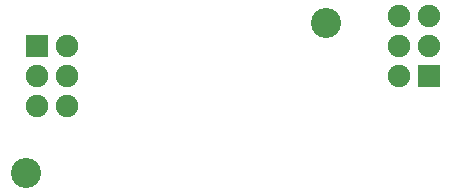
<source format=gbr>
G04 DipTrace 2.4.0.2*
%INBottomMask.gbr*%
%MOIN*%
%ADD25C,0.1004*%
%ADD32C,0.0749*%
%ADD34R,0.0749X0.0749*%
%FSLAX44Y44*%
G04*
G70*
G90*
G75*
G01*
%LNBotMask*%
%LPD*%
D34*
X5753Y9441D3*
D32*
X6753D3*
X5753Y8441D3*
X6753D3*
X5753Y7441D3*
X6753D3*
D34*
X18817Y8440D3*
D32*
X17817D3*
X18817Y9440D3*
X17817D3*
X18817Y10440D3*
X17817D3*
D25*
X5378Y5190D3*
X15381Y10195D3*
M02*

</source>
